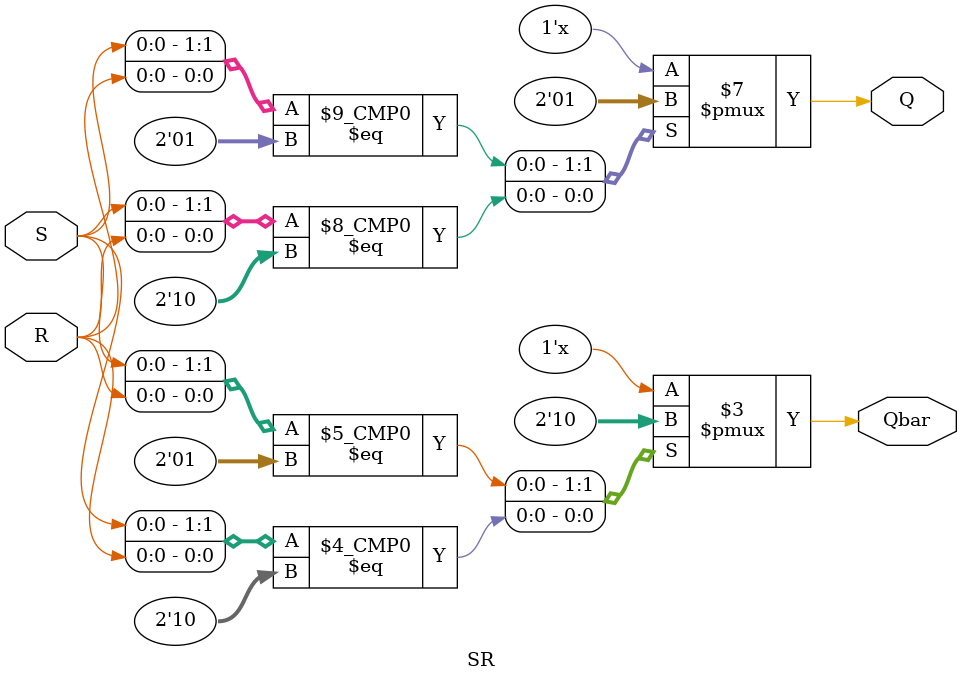
<source format=v>
module SR (
  input S, R,
  output reg Q, Qbar
);
  always @(*) begin
    case ({S, R})
      2'b00: ;
      2'b01: begin Q = 0; Qbar = 1; end
      2'b10: begin Q = 1; Qbar = 0; end
      2'b11: begin Q = 1'bx; Qbar = 1'bx; end
    endcase
  end
endmodule

</source>
